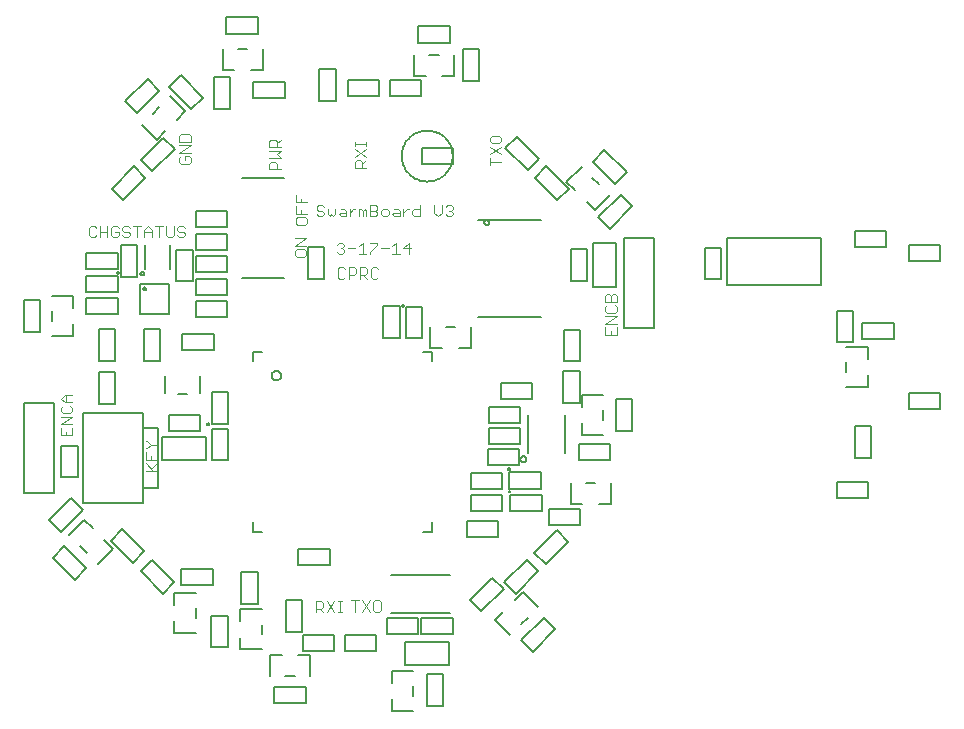
<source format=gto>
G75*
%MOIN*%
%OFA0B0*%
%FSLAX24Y24*%
%IPPOS*%
%LPD*%
%AMOC8*
5,1,8,0,0,1.08239X$1,22.5*
%
%ADD10C,0.0030*%
%ADD11C,0.0050*%
D10*
X010344Y010770D02*
X010715Y010770D01*
X010591Y010770D02*
X010344Y011017D01*
X010344Y011138D02*
X010715Y011138D01*
X010715Y011385D01*
X010529Y011262D02*
X010529Y011138D01*
X010344Y011138D02*
X010344Y011385D01*
X010344Y011507D02*
X010406Y011507D01*
X010529Y011630D01*
X010715Y011630D01*
X010529Y011630D02*
X010406Y011754D01*
X010344Y011754D01*
X010715Y011017D02*
X010529Y010832D01*
X007890Y011945D02*
X007890Y012192D01*
X007890Y012313D02*
X007519Y012313D01*
X007890Y012560D01*
X007519Y012560D01*
X007581Y012682D02*
X007828Y012682D01*
X007890Y012743D01*
X007890Y012867D01*
X007828Y012929D01*
X007890Y013050D02*
X007643Y013050D01*
X007519Y013173D01*
X007643Y013297D01*
X007890Y013297D01*
X007704Y013297D02*
X007704Y013050D01*
X007581Y012929D02*
X007519Y012867D01*
X007519Y012743D01*
X007581Y012682D01*
X007519Y012192D02*
X007519Y011945D01*
X007890Y011945D01*
X007704Y011945D02*
X007704Y012068D01*
X015319Y017957D02*
X015381Y017895D01*
X015628Y017895D01*
X015690Y017957D01*
X015690Y018080D01*
X015628Y018142D01*
X015381Y018142D01*
X015319Y018080D01*
X015319Y017957D01*
X015319Y018263D02*
X015690Y018510D01*
X015319Y018510D01*
X015319Y018263D02*
X015690Y018263D01*
X015653Y018970D02*
X015406Y018970D01*
X015344Y019032D01*
X015344Y019155D01*
X015406Y019217D01*
X015653Y019217D01*
X015715Y019155D01*
X015715Y019032D01*
X015653Y018970D01*
X015715Y019338D02*
X015344Y019338D01*
X015344Y019585D01*
X015344Y019707D02*
X015344Y019954D01*
X015529Y019830D02*
X015529Y019707D01*
X015344Y019707D02*
X015715Y019707D01*
X015529Y019462D02*
X015529Y019338D01*
X016045Y019307D02*
X016106Y019245D01*
X016230Y019245D01*
X016291Y019307D01*
X016291Y019368D01*
X016230Y019430D01*
X016106Y019430D01*
X016045Y019492D01*
X016045Y019554D01*
X016106Y019615D01*
X016230Y019615D01*
X016291Y019554D01*
X016413Y019492D02*
X016413Y019307D01*
X016475Y019245D01*
X016536Y019307D01*
X016598Y019245D01*
X016660Y019307D01*
X016660Y019492D01*
X016843Y019492D02*
X016966Y019492D01*
X017028Y019430D01*
X017028Y019245D01*
X016843Y019245D01*
X016781Y019307D01*
X016843Y019368D01*
X017028Y019368D01*
X017150Y019368D02*
X017273Y019492D01*
X017335Y019492D01*
X017456Y019492D02*
X017456Y019245D01*
X017580Y019245D02*
X017580Y019430D01*
X017642Y019492D01*
X017703Y019430D01*
X017703Y019245D01*
X017825Y019245D02*
X017825Y019615D01*
X018010Y019615D01*
X018072Y019554D01*
X018072Y019492D01*
X018010Y019430D01*
X017825Y019430D01*
X018010Y019430D02*
X018072Y019368D01*
X018072Y019307D01*
X018010Y019245D01*
X017825Y019245D01*
X017580Y019430D02*
X017518Y019492D01*
X017456Y019492D01*
X017150Y019492D02*
X017150Y019245D01*
X016905Y018365D02*
X016966Y018304D01*
X016966Y018242D01*
X016905Y018180D01*
X016966Y018118D01*
X016966Y018057D01*
X016905Y017995D01*
X016781Y017995D01*
X016720Y018057D01*
X016843Y018180D02*
X016905Y018180D01*
X017088Y018180D02*
X017335Y018180D01*
X017456Y018242D02*
X017580Y018365D01*
X017580Y017995D01*
X017703Y017995D02*
X017456Y017995D01*
X017825Y017995D02*
X017825Y018057D01*
X018071Y018304D01*
X018071Y018365D01*
X017825Y018365D01*
X018193Y018180D02*
X018440Y018180D01*
X018561Y018242D02*
X018685Y018365D01*
X018685Y017995D01*
X018808Y017995D02*
X018561Y017995D01*
X018929Y018180D02*
X019115Y018365D01*
X019115Y017995D01*
X019176Y018180D02*
X018929Y018180D01*
X018096Y017479D02*
X018035Y017540D01*
X017911Y017540D01*
X017850Y017479D01*
X017850Y017232D01*
X017911Y017170D01*
X018035Y017170D01*
X018096Y017232D01*
X017728Y017170D02*
X017605Y017293D01*
X017666Y017293D02*
X017481Y017293D01*
X017481Y017170D02*
X017481Y017540D01*
X017666Y017540D01*
X017728Y017479D01*
X017728Y017355D01*
X017666Y017293D01*
X017360Y017355D02*
X017298Y017293D01*
X017113Y017293D01*
X017113Y017170D02*
X017113Y017540D01*
X017298Y017540D01*
X017360Y017479D01*
X017360Y017355D01*
X016991Y017232D02*
X016930Y017170D01*
X016806Y017170D01*
X016745Y017232D01*
X016745Y017479D01*
X016806Y017540D01*
X016930Y017540D01*
X016991Y017479D01*
X016720Y018304D02*
X016781Y018365D01*
X016905Y018365D01*
X018193Y019307D02*
X018255Y019245D01*
X018378Y019245D01*
X018440Y019307D01*
X018440Y019430D01*
X018378Y019492D01*
X018255Y019492D01*
X018193Y019430D01*
X018193Y019307D01*
X018561Y019307D02*
X018623Y019368D01*
X018808Y019368D01*
X018808Y019430D02*
X018808Y019245D01*
X018623Y019245D01*
X018561Y019307D01*
X018623Y019492D02*
X018747Y019492D01*
X018808Y019430D01*
X018930Y019368D02*
X019053Y019492D01*
X019115Y019492D01*
X019237Y019430D02*
X019298Y019492D01*
X019484Y019492D01*
X019484Y019615D02*
X019484Y019245D01*
X019298Y019245D01*
X019237Y019307D01*
X019237Y019430D01*
X018930Y019492D02*
X018930Y019245D01*
X019973Y019368D02*
X020097Y019245D01*
X020220Y019368D01*
X020220Y019615D01*
X020342Y019554D02*
X020403Y019615D01*
X020527Y019615D01*
X020588Y019554D01*
X020588Y019492D01*
X020527Y019430D01*
X020588Y019368D01*
X020588Y019307D01*
X020527Y019245D01*
X020403Y019245D01*
X020342Y019307D01*
X020465Y019430D02*
X020527Y019430D01*
X019973Y019368D02*
X019973Y019615D01*
X021819Y020945D02*
X021819Y021192D01*
X021819Y021313D02*
X022190Y021560D01*
X022128Y021682D02*
X022190Y021743D01*
X022190Y021867D01*
X022128Y021929D01*
X021881Y021929D01*
X021819Y021867D01*
X021819Y021743D01*
X021881Y021682D01*
X022128Y021682D01*
X021819Y021560D02*
X022190Y021313D01*
X022190Y021068D02*
X021819Y021068D01*
X017690Y021110D02*
X017566Y020986D01*
X017566Y021048D02*
X017566Y020863D01*
X017690Y020863D02*
X017319Y020863D01*
X017319Y021048D01*
X017381Y021110D01*
X017504Y021110D01*
X017566Y021048D01*
X017690Y021231D02*
X017319Y021478D01*
X017319Y021599D02*
X017319Y021723D01*
X017319Y021661D02*
X017690Y021661D01*
X017690Y021599D02*
X017690Y021723D01*
X017690Y021478D02*
X017319Y021231D01*
X014840Y021188D02*
X014716Y021312D01*
X014840Y021435D01*
X014469Y021435D01*
X014469Y021557D02*
X014469Y021742D01*
X014531Y021804D01*
X014654Y021804D01*
X014716Y021742D01*
X014716Y021557D01*
X014716Y021680D02*
X014840Y021804D01*
X014840Y021557D02*
X014469Y021557D01*
X014469Y021188D02*
X014840Y021188D01*
X014716Y021005D02*
X014716Y020820D01*
X014840Y020820D02*
X014469Y020820D01*
X014469Y021005D01*
X014531Y021067D01*
X014654Y021067D01*
X014716Y021005D01*
X011840Y021057D02*
X011840Y021180D01*
X011778Y021242D01*
X011654Y021242D01*
X011654Y021118D01*
X011531Y020995D02*
X011778Y020995D01*
X011840Y021057D01*
X011840Y021363D02*
X011469Y021363D01*
X011840Y021610D01*
X011469Y021610D01*
X011469Y021732D02*
X011469Y021917D01*
X011531Y021979D01*
X011778Y021979D01*
X011840Y021917D01*
X011840Y021732D01*
X011469Y021732D01*
X011531Y021242D02*
X011469Y021180D01*
X011469Y021057D01*
X011531Y020995D01*
X011588Y018922D02*
X011464Y018922D01*
X011403Y018860D01*
X011403Y018798D01*
X011464Y018737D01*
X011588Y018737D01*
X011649Y018675D01*
X011649Y018613D01*
X011588Y018551D01*
X011464Y018551D01*
X011403Y018613D01*
X011281Y018613D02*
X011281Y018922D01*
X011034Y018922D02*
X011034Y018613D01*
X011096Y018551D01*
X011219Y018551D01*
X011281Y018613D01*
X011588Y018922D02*
X011649Y018860D01*
X010913Y018922D02*
X010666Y018922D01*
X010789Y018922D02*
X010789Y018551D01*
X010544Y018551D02*
X010544Y018798D01*
X010421Y018922D01*
X010298Y018798D01*
X010298Y018551D01*
X010298Y018737D02*
X010544Y018737D01*
X010176Y018922D02*
X009929Y018922D01*
X010053Y018922D02*
X010053Y018551D01*
X009808Y018613D02*
X009746Y018551D01*
X009623Y018551D01*
X009561Y018613D01*
X009440Y018613D02*
X009440Y018737D01*
X009316Y018737D01*
X009193Y018860D02*
X009193Y018613D01*
X009254Y018551D01*
X009378Y018551D01*
X009440Y018613D01*
X009623Y018737D02*
X009746Y018737D01*
X009808Y018675D01*
X009808Y018613D01*
X009623Y018737D02*
X009561Y018798D01*
X009561Y018860D01*
X009623Y018922D01*
X009746Y018922D01*
X009808Y018860D01*
X009440Y018860D02*
X009378Y018922D01*
X009254Y018922D01*
X009193Y018860D01*
X009071Y018922D02*
X009071Y018551D01*
X009071Y018737D02*
X008824Y018737D01*
X008703Y018860D02*
X008641Y018922D01*
X008518Y018922D01*
X008456Y018860D01*
X008456Y018613D01*
X008518Y018551D01*
X008641Y018551D01*
X008703Y018613D01*
X008824Y018551D02*
X008824Y018922D01*
X016020Y006415D02*
X016205Y006415D01*
X016266Y006354D01*
X016266Y006230D01*
X016205Y006168D01*
X016020Y006168D01*
X016020Y006045D02*
X016020Y006415D01*
X016143Y006168D02*
X016266Y006045D01*
X016388Y006045D02*
X016635Y006415D01*
X016756Y006415D02*
X016880Y006415D01*
X016818Y006415D02*
X016818Y006045D01*
X016756Y006045D02*
X016880Y006045D01*
X016635Y006045D02*
X016388Y006415D01*
X017195Y006440D02*
X017441Y006440D01*
X017563Y006440D02*
X017810Y006070D01*
X017931Y006132D02*
X017993Y006070D01*
X018116Y006070D01*
X018178Y006132D01*
X018178Y006379D01*
X018116Y006440D01*
X017993Y006440D01*
X017931Y006379D01*
X017931Y006132D01*
X017810Y006440D02*
X017563Y006070D01*
X017318Y006070D02*
X017318Y006440D01*
X025669Y015295D02*
X026040Y015295D01*
X026040Y015542D01*
X026040Y015663D02*
X025669Y015663D01*
X026040Y015910D01*
X025669Y015910D01*
X025731Y016032D02*
X025978Y016032D01*
X026040Y016093D01*
X026040Y016217D01*
X025978Y016279D01*
X026040Y016400D02*
X026040Y016585D01*
X025978Y016647D01*
X025916Y016647D01*
X025854Y016585D01*
X025854Y016400D01*
X025731Y016279D02*
X025669Y016217D01*
X025669Y016093D01*
X025731Y016032D01*
X025669Y016400D02*
X025669Y016585D01*
X025731Y016647D01*
X025793Y016647D01*
X025854Y016585D01*
X025669Y016400D02*
X026040Y016400D01*
X025669Y015542D02*
X025669Y015295D01*
X025854Y015295D02*
X025854Y015418D01*
D11*
X007987Y007127D02*
X007245Y007870D01*
X007626Y008251D01*
X008369Y007509D01*
X007987Y007127D01*
X008748Y007671D02*
X009250Y008172D01*
X008971Y008451D01*
X009179Y008438D02*
X009560Y008820D01*
X010303Y008078D01*
X009921Y007696D01*
X009179Y008438D01*
X008581Y008840D02*
X008303Y009119D01*
X007802Y008618D01*
X007510Y008730D02*
X007128Y009111D01*
X007871Y009854D01*
X008253Y009472D01*
X007510Y008730D01*
X008164Y008256D02*
X008387Y008033D01*
X008255Y009680D02*
X010255Y009680D01*
X010255Y010180D01*
X010755Y010180D01*
X010755Y012180D01*
X010255Y012180D01*
X010255Y010180D01*
X010905Y011123D02*
X010905Y011887D01*
X012354Y011887D01*
X012354Y011123D01*
X010905Y011123D01*
X011120Y012095D02*
X011120Y012635D01*
X012170Y012635D01*
X012170Y012095D01*
X011120Y012095D01*
X010255Y012180D02*
X010255Y012680D01*
X008255Y012680D01*
X008255Y009680D01*
X008075Y010555D02*
X007535Y010555D01*
X007535Y011605D01*
X008075Y011605D01*
X008075Y010555D01*
X007305Y010030D02*
X006305Y010030D01*
X006305Y013030D01*
X007305Y013030D01*
X007305Y010030D01*
X010178Y007412D02*
X010560Y007794D01*
X011303Y007051D01*
X010921Y006670D01*
X010178Y007412D01*
X011300Y006699D02*
X011300Y006306D01*
X011300Y006699D02*
X012009Y006699D01*
X012009Y006187D02*
X012009Y005873D01*
X012009Y005361D02*
X011300Y005361D01*
X011300Y005754D01*
X012535Y005930D02*
X012535Y004880D01*
X013075Y004880D01*
X013075Y005930D01*
X012535Y005930D01*
X013500Y005756D02*
X013500Y006149D01*
X014209Y006149D01*
X014075Y006330D02*
X013535Y006330D01*
X013535Y007380D01*
X014075Y007380D01*
X014075Y006330D01*
X014209Y005637D02*
X014209Y005323D01*
X013500Y005204D02*
X013500Y004811D01*
X014209Y004811D01*
X014485Y004634D02*
X014879Y004634D01*
X014485Y004634D02*
X014485Y003926D01*
X014630Y003550D02*
X015680Y003550D01*
X015680Y003010D01*
X014630Y003010D01*
X014630Y003550D01*
X014997Y003926D02*
X015312Y003926D01*
X015824Y003926D02*
X015824Y004634D01*
X015430Y004634D01*
X015580Y004760D02*
X015580Y005300D01*
X016630Y005300D01*
X016630Y004760D01*
X015580Y004760D01*
X015563Y005397D02*
X015023Y005397D01*
X015023Y006447D01*
X015563Y006447D01*
X015563Y005397D01*
X016980Y005300D02*
X016980Y004760D01*
X018030Y004760D01*
X018030Y005300D01*
X016980Y005300D01*
X018380Y005310D02*
X018380Y005850D01*
X019430Y005850D01*
X019430Y005310D01*
X018380Y005310D01*
X019005Y005062D02*
X020454Y005062D01*
X020454Y004298D01*
X019005Y004298D01*
X019005Y005062D01*
X019530Y005310D02*
X019530Y005850D01*
X020580Y005850D01*
X020580Y005310D01*
X019530Y005310D01*
X020489Y006025D02*
X018520Y006025D01*
X018520Y007285D02*
X020489Y007285D01*
X021150Y006463D02*
X021892Y007205D01*
X022274Y006824D01*
X021532Y006081D01*
X021150Y006463D01*
X021992Y005785D02*
X022270Y006063D01*
X021992Y005785D02*
X022493Y005284D01*
X022871Y005117D02*
X023613Y005859D01*
X023995Y005477D01*
X023253Y004735D01*
X022871Y005117D01*
X022855Y005645D02*
X023077Y005868D01*
X023439Y006230D02*
X022938Y006731D01*
X022660Y006453D01*
X022680Y006667D02*
X022298Y007049D01*
X023041Y007791D01*
X023423Y007409D01*
X022680Y006667D01*
X023684Y007653D02*
X023302Y008035D01*
X024045Y008778D01*
X024427Y008396D01*
X023684Y007653D01*
X022105Y008560D02*
X021055Y008560D01*
X021055Y009100D01*
X022105Y009100D01*
X022105Y008560D01*
X022234Y009417D02*
X021184Y009417D01*
X021184Y009957D01*
X022234Y009957D01*
X022234Y009417D01*
X022490Y009423D02*
X022490Y009963D01*
X023540Y009963D01*
X023540Y009423D01*
X022490Y009423D01*
X022446Y010075D02*
X022448Y010085D01*
X022453Y010094D01*
X022461Y010101D01*
X022471Y010105D01*
X022481Y010105D01*
X022491Y010101D01*
X022499Y010094D01*
X022504Y010085D01*
X022506Y010075D01*
X022504Y010065D01*
X022499Y010056D01*
X022491Y010049D01*
X022481Y010045D01*
X022471Y010045D01*
X022461Y010049D01*
X022453Y010056D01*
X022448Y010065D01*
X022446Y010075D01*
X022465Y010172D02*
X022465Y010712D01*
X023515Y010712D01*
X023515Y010172D01*
X022465Y010172D01*
X022234Y010166D02*
X021184Y010166D01*
X021184Y010706D01*
X022234Y010706D01*
X022234Y010166D01*
X022421Y010824D02*
X022423Y010834D01*
X022428Y010843D01*
X022436Y010850D01*
X022446Y010854D01*
X022456Y010854D01*
X022466Y010850D01*
X022474Y010843D01*
X022479Y010834D01*
X022481Y010824D01*
X022479Y010814D01*
X022474Y010805D01*
X022466Y010798D01*
X022456Y010794D01*
X022446Y010794D01*
X022436Y010798D01*
X022428Y010805D01*
X022423Y010814D01*
X022421Y010824D01*
X022805Y010960D02*
X021755Y010960D01*
X021755Y011500D01*
X022805Y011500D01*
X022805Y010960D01*
X022831Y011149D02*
X022833Y011168D01*
X022838Y011187D01*
X022848Y011203D01*
X022860Y011218D01*
X022875Y011230D01*
X022891Y011240D01*
X022910Y011245D01*
X022929Y011247D01*
X022948Y011245D01*
X022967Y011240D01*
X022983Y011230D01*
X022998Y011218D01*
X023010Y011203D01*
X023020Y011187D01*
X023025Y011168D01*
X023027Y011149D01*
X023025Y011130D01*
X023020Y011111D01*
X023010Y011095D01*
X022998Y011080D01*
X022983Y011068D01*
X022967Y011058D01*
X022948Y011053D01*
X022929Y011051D01*
X022910Y011053D01*
X022891Y011058D01*
X022875Y011068D01*
X022860Y011080D01*
X022848Y011095D01*
X022838Y011111D01*
X022833Y011130D01*
X022831Y011149D01*
X023095Y011350D02*
X023095Y012610D01*
X022830Y012360D02*
X021780Y012360D01*
X021780Y012900D01*
X022830Y012900D01*
X022830Y012360D01*
X022830Y012200D02*
X022830Y011660D01*
X021780Y011660D01*
X021780Y012200D01*
X022830Y012200D01*
X023230Y013160D02*
X022180Y013160D01*
X022180Y013700D01*
X023230Y013700D01*
X023230Y013160D01*
X024273Y013030D02*
X024813Y013030D01*
X024813Y014080D01*
X024273Y014080D01*
X024273Y013030D01*
X024315Y012610D02*
X024315Y011350D01*
X024782Y011123D02*
X024782Y011663D01*
X025832Y011663D01*
X025832Y011123D01*
X024782Y011123D01*
X025022Y010359D02*
X025337Y010359D01*
X025849Y010359D02*
X025849Y009651D01*
X025455Y009651D01*
X024904Y009651D02*
X024510Y009651D01*
X024510Y010359D01*
X024830Y009500D02*
X023780Y009500D01*
X023780Y008960D01*
X024830Y008960D01*
X024830Y009500D01*
X024895Y011950D02*
X024895Y012344D01*
X024895Y011950D02*
X025604Y011950D01*
X026027Y012093D02*
X026027Y013143D01*
X026567Y013143D01*
X026567Y012093D01*
X026027Y012093D01*
X025604Y012462D02*
X025604Y012777D01*
X025604Y013289D02*
X024895Y013289D01*
X024895Y012895D01*
X024820Y014419D02*
X024280Y014419D01*
X024280Y015469D01*
X024820Y015469D01*
X024820Y014419D01*
X026305Y015530D02*
X027305Y015530D01*
X027305Y018530D01*
X026305Y018530D01*
X026305Y015530D01*
X026011Y016906D02*
X025248Y016906D01*
X025248Y018354D01*
X026011Y018354D01*
X026011Y016906D01*
X025050Y017105D02*
X024510Y017105D01*
X024510Y018155D01*
X025050Y018155D01*
X025050Y017105D01*
X025820Y018831D02*
X025438Y019213D01*
X026181Y019955D01*
X026563Y019574D01*
X025820Y018831D01*
X025320Y019453D02*
X025041Y019731D01*
X025320Y019453D02*
X025821Y019954D01*
X025999Y020329D02*
X025257Y021071D01*
X025639Y021453D01*
X026381Y020711D01*
X025999Y020329D01*
X025459Y020316D02*
X025236Y020538D01*
X024874Y020900D02*
X024373Y020399D01*
X024651Y020121D01*
X024446Y020170D02*
X024064Y019788D01*
X023321Y020531D01*
X023703Y020913D01*
X024446Y020170D01*
X023456Y021160D02*
X023074Y020778D01*
X022332Y021521D01*
X022713Y021903D01*
X023456Y021160D01*
X023523Y019119D02*
X021436Y019119D01*
X021633Y019040D02*
X021635Y019058D01*
X021641Y019074D01*
X021650Y019089D01*
X021663Y019102D01*
X021678Y019111D01*
X021694Y019117D01*
X021712Y019119D01*
X021730Y019117D01*
X021746Y019111D01*
X021761Y019102D01*
X021774Y019089D01*
X021783Y019074D01*
X021789Y019058D01*
X021791Y019040D01*
X021789Y019022D01*
X021783Y019006D01*
X021774Y018991D01*
X021761Y018978D01*
X021746Y018969D01*
X021730Y018963D01*
X021712Y018961D01*
X021694Y018963D01*
X021678Y018969D01*
X021663Y018978D01*
X021650Y018991D01*
X021641Y019006D01*
X021635Y019022D01*
X021633Y019040D01*
X020605Y020985D02*
X019555Y020985D01*
X019555Y021525D01*
X020605Y021525D01*
X020605Y020985D01*
X018880Y021255D02*
X018882Y021313D01*
X018888Y021371D01*
X018898Y021428D01*
X018912Y021484D01*
X018929Y021540D01*
X018950Y021594D01*
X018975Y021646D01*
X019004Y021697D01*
X019036Y021745D01*
X019071Y021791D01*
X019109Y021835D01*
X019150Y021876D01*
X019194Y021914D01*
X019240Y021949D01*
X019288Y021981D01*
X019339Y022010D01*
X019391Y022035D01*
X019445Y022056D01*
X019501Y022073D01*
X019557Y022087D01*
X019614Y022097D01*
X019672Y022103D01*
X019730Y022105D01*
X019788Y022103D01*
X019846Y022097D01*
X019903Y022087D01*
X019959Y022073D01*
X020015Y022056D01*
X020069Y022035D01*
X020121Y022010D01*
X020172Y021981D01*
X020220Y021949D01*
X020266Y021914D01*
X020310Y021876D01*
X020351Y021835D01*
X020389Y021791D01*
X020424Y021745D01*
X020456Y021697D01*
X020485Y021646D01*
X020510Y021594D01*
X020531Y021540D01*
X020548Y021484D01*
X020562Y021428D01*
X020572Y021371D01*
X020578Y021313D01*
X020580Y021255D01*
X020578Y021197D01*
X020572Y021139D01*
X020562Y021082D01*
X020548Y021026D01*
X020531Y020970D01*
X020510Y020916D01*
X020485Y020864D01*
X020456Y020813D01*
X020424Y020765D01*
X020389Y020719D01*
X020351Y020675D01*
X020310Y020634D01*
X020266Y020596D01*
X020220Y020561D01*
X020172Y020529D01*
X020121Y020500D01*
X020069Y020475D01*
X020015Y020454D01*
X019959Y020437D01*
X019903Y020423D01*
X019846Y020413D01*
X019788Y020407D01*
X019730Y020405D01*
X019672Y020407D01*
X019614Y020413D01*
X019557Y020423D01*
X019501Y020437D01*
X019445Y020454D01*
X019391Y020475D01*
X019339Y020500D01*
X019288Y020529D01*
X019240Y020561D01*
X019194Y020596D01*
X019150Y020634D01*
X019109Y020675D01*
X019071Y020719D01*
X019036Y020765D01*
X019004Y020813D01*
X018975Y020864D01*
X018950Y020916D01*
X018929Y020970D01*
X018912Y021026D01*
X018898Y021082D01*
X018888Y021139D01*
X018882Y021197D01*
X018880Y021255D01*
X018480Y023260D02*
X018480Y023800D01*
X019530Y023800D01*
X019530Y023260D01*
X018480Y023260D01*
X018130Y023260D02*
X017080Y023260D01*
X017080Y023800D01*
X018130Y023800D01*
X018130Y023260D01*
X019285Y023926D02*
X019679Y023926D01*
X019285Y023926D02*
X019285Y024634D01*
X019430Y025035D02*
X019430Y025575D01*
X020480Y025575D01*
X020480Y025035D01*
X019430Y025035D01*
X019797Y024634D02*
X020112Y024634D01*
X020624Y024634D02*
X020624Y023926D01*
X020230Y023926D01*
X020921Y023770D02*
X020921Y024820D01*
X021461Y024820D01*
X021461Y023770D01*
X020921Y023770D01*
X016675Y024155D02*
X016675Y023105D01*
X016135Y023105D01*
X016135Y024155D01*
X016675Y024155D01*
X014980Y023725D02*
X014980Y023185D01*
X013930Y023185D01*
X013930Y023725D01*
X014980Y023725D01*
X014249Y024126D02*
X013855Y024126D01*
X014249Y024126D02*
X014249Y024834D01*
X013737Y024834D02*
X013422Y024834D01*
X012910Y024834D02*
X012910Y024126D01*
X013304Y024126D01*
X013150Y023880D02*
X013150Y022830D01*
X012610Y022830D01*
X012610Y023880D01*
X013150Y023880D01*
X012254Y023201D02*
X011872Y022819D01*
X011129Y023562D01*
X011511Y023944D01*
X012254Y023201D01*
X011665Y022751D02*
X011387Y022473D01*
X011665Y022751D02*
X011164Y023252D01*
X010790Y023438D02*
X010048Y022696D01*
X009666Y023078D01*
X010408Y023820D01*
X010790Y023438D01*
X010802Y022890D02*
X010579Y022668D01*
X010217Y022306D02*
X010719Y021805D01*
X010997Y022083D01*
X010927Y021873D02*
X011308Y021491D01*
X010566Y020749D01*
X010184Y021130D01*
X010927Y021873D01*
X009954Y020909D02*
X010336Y020527D01*
X009593Y019785D01*
X009211Y020167D01*
X009954Y020909D01*
X012018Y019438D02*
X012018Y018898D01*
X013068Y018898D01*
X013068Y019438D01*
X012018Y019438D01*
X012018Y018669D02*
X013068Y018669D01*
X013068Y018129D01*
X012018Y018129D01*
X012018Y018669D01*
X011913Y018124D02*
X011373Y018124D01*
X011373Y017074D01*
X011913Y017074D01*
X011913Y018124D01*
X012018Y017919D02*
X012018Y017379D01*
X013068Y017379D01*
X013068Y017919D01*
X012018Y017919D01*
X012018Y017169D02*
X013068Y017169D01*
X013068Y016629D01*
X012018Y016629D01*
X012018Y017169D01*
X012018Y016419D02*
X013068Y016419D01*
X013068Y015879D01*
X012018Y015879D01*
X012018Y016419D01*
X011135Y016006D02*
X010151Y016006D01*
X010151Y016991D01*
X011135Y016991D01*
X011135Y016006D01*
X010836Y015475D02*
X010296Y015475D01*
X010296Y014425D01*
X010836Y014425D01*
X010836Y015475D01*
X011568Y015337D02*
X011568Y014797D01*
X012618Y014797D01*
X012618Y015337D01*
X011568Y015337D01*
X010980Y013921D02*
X010980Y013370D01*
X011413Y013331D02*
X011728Y013331D01*
X012161Y013370D02*
X012161Y013921D01*
X012540Y013385D02*
X013080Y013385D01*
X013080Y012335D01*
X012540Y012335D01*
X012540Y013385D01*
X012398Y012320D02*
X012400Y012330D01*
X012405Y012339D01*
X012413Y012346D01*
X012423Y012350D01*
X012433Y012350D01*
X012443Y012346D01*
X012451Y012339D01*
X012456Y012330D01*
X012458Y012320D01*
X012456Y012310D01*
X012451Y012301D01*
X012443Y012294D01*
X012433Y012290D01*
X012423Y012290D01*
X012413Y012294D01*
X012405Y012301D01*
X012400Y012310D01*
X012398Y012320D01*
X012540Y012160D02*
X013080Y012160D01*
X013080Y011110D01*
X012540Y011110D01*
X012540Y012160D01*
X014543Y013935D02*
X014545Y013960D01*
X014551Y013984D01*
X014560Y014006D01*
X014573Y014027D01*
X014589Y014046D01*
X014608Y014062D01*
X014629Y014075D01*
X014651Y014084D01*
X014675Y014090D01*
X014700Y014092D01*
X014725Y014090D01*
X014749Y014084D01*
X014771Y014075D01*
X014792Y014062D01*
X014811Y014046D01*
X014827Y014027D01*
X014840Y014006D01*
X014849Y013984D01*
X014855Y013960D01*
X014857Y013935D01*
X014855Y013910D01*
X014849Y013886D01*
X014840Y013864D01*
X014827Y013843D01*
X014811Y013824D01*
X014792Y013808D01*
X014771Y013795D01*
X014749Y013786D01*
X014725Y013780D01*
X014700Y013778D01*
X014675Y013780D01*
X014651Y013786D01*
X014629Y013795D01*
X014608Y013808D01*
X014589Y013824D01*
X014573Y013843D01*
X014560Y013864D01*
X014551Y013886D01*
X014545Y013910D01*
X014543Y013935D01*
X013912Y014407D02*
X013912Y014722D01*
X014227Y014722D01*
X013566Y017182D02*
X014944Y017182D01*
X015754Y017168D02*
X015754Y018218D01*
X016294Y018218D01*
X016294Y017168D01*
X015754Y017168D01*
X018272Y016244D02*
X018272Y015194D01*
X018812Y015194D01*
X018812Y016244D01*
X018272Y016244D01*
X018894Y016259D02*
X018896Y016269D01*
X018901Y016278D01*
X018909Y016285D01*
X018919Y016289D01*
X018929Y016289D01*
X018939Y016285D01*
X018947Y016278D01*
X018952Y016269D01*
X018954Y016259D01*
X018952Y016249D01*
X018947Y016240D01*
X018939Y016233D01*
X018929Y016229D01*
X018919Y016229D01*
X018909Y016233D01*
X018901Y016240D01*
X018896Y016249D01*
X018894Y016259D01*
X019029Y016235D02*
X019569Y016235D01*
X019569Y015185D01*
X019029Y015185D01*
X019029Y016235D01*
X019835Y015559D02*
X019835Y014851D01*
X020229Y014851D01*
X019897Y014722D02*
X019582Y014722D01*
X019897Y014722D02*
X019897Y014407D01*
X020780Y014851D02*
X021174Y014851D01*
X021174Y015559D01*
X021436Y015891D02*
X023523Y015891D01*
X020662Y015559D02*
X020347Y015559D01*
X014944Y020528D02*
X013566Y020528D01*
X011163Y018292D02*
X011163Y017505D01*
X010323Y017505D02*
X010323Y018292D01*
X010063Y018274D02*
X010063Y017224D01*
X009523Y017224D01*
X009523Y018274D01*
X010063Y018274D01*
X009418Y018019D02*
X009418Y017479D01*
X008368Y017479D01*
X008368Y018019D01*
X009418Y018019D01*
X009403Y017367D02*
X009405Y017377D01*
X009410Y017386D01*
X009418Y017393D01*
X009428Y017397D01*
X009438Y017397D01*
X009448Y017393D01*
X009456Y017386D01*
X009461Y017377D01*
X009463Y017367D01*
X009461Y017357D01*
X009456Y017348D01*
X009448Y017341D01*
X009438Y017337D01*
X009428Y017337D01*
X009418Y017341D01*
X009410Y017348D01*
X009405Y017357D01*
X009403Y017367D01*
X009418Y017269D02*
X009418Y016729D01*
X008368Y016729D01*
X008368Y017269D01*
X009418Y017269D01*
X009418Y016519D02*
X009418Y015979D01*
X008368Y015979D01*
X008368Y016519D01*
X009418Y016519D01*
X010265Y016833D02*
X010267Y016846D01*
X010273Y016858D01*
X010282Y016867D01*
X010293Y016874D01*
X010306Y016877D01*
X010319Y016876D01*
X010331Y016871D01*
X010341Y016863D01*
X010349Y016852D01*
X010353Y016840D01*
X010353Y016826D01*
X010349Y016814D01*
X010341Y016803D01*
X010331Y016795D01*
X010319Y016790D01*
X010306Y016789D01*
X010293Y016792D01*
X010282Y016799D01*
X010273Y016808D01*
X010267Y016820D01*
X010265Y016833D01*
X010172Y017336D02*
X010174Y017351D01*
X010179Y017364D01*
X010188Y017376D01*
X010199Y017386D01*
X010213Y017392D01*
X010227Y017395D01*
X010242Y017394D01*
X010256Y017389D01*
X010269Y017381D01*
X010279Y017371D01*
X010286Y017358D01*
X010290Y017343D01*
X010290Y017329D01*
X010286Y017314D01*
X010279Y017301D01*
X010269Y017291D01*
X010256Y017283D01*
X010242Y017278D01*
X010227Y017277D01*
X010213Y017280D01*
X010199Y017286D01*
X010188Y017296D01*
X010179Y017308D01*
X010174Y017321D01*
X010172Y017336D01*
X009320Y015486D02*
X008780Y015486D01*
X008780Y014436D01*
X009320Y014436D01*
X009320Y015486D01*
X007939Y015648D02*
X007939Y015254D01*
X007230Y015254D01*
X006820Y015405D02*
X006280Y015405D01*
X006280Y016455D01*
X006820Y016455D01*
X006820Y015405D01*
X007230Y015766D02*
X007230Y016081D01*
X007230Y016593D02*
X007939Y016593D01*
X007939Y016199D01*
X008799Y014054D02*
X009339Y014054D01*
X009339Y013004D01*
X008799Y013004D01*
X008799Y014054D01*
X013912Y009053D02*
X013912Y008738D01*
X014227Y008738D01*
X015430Y008150D02*
X015430Y007610D01*
X016480Y007610D01*
X016480Y008150D01*
X015430Y008150D01*
X012580Y007502D02*
X012580Y006962D01*
X011530Y006962D01*
X011530Y007502D01*
X012580Y007502D01*
X018550Y004099D02*
X018550Y003706D01*
X018550Y004099D02*
X019259Y004099D01*
X019259Y003587D02*
X019259Y003273D01*
X018550Y003154D02*
X018550Y002761D01*
X019259Y002761D01*
X019710Y002930D02*
X019710Y003980D01*
X020250Y003980D01*
X020250Y002930D01*
X019710Y002930D01*
X019582Y008738D02*
X019897Y008738D01*
X019897Y009053D01*
X029708Y016940D02*
X029708Y018515D01*
X032858Y018515D01*
X032858Y016940D01*
X029708Y016940D01*
X029525Y017155D02*
X028985Y017155D01*
X028985Y018205D01*
X029525Y018205D01*
X029525Y017155D01*
X033385Y016105D02*
X033385Y015055D01*
X033925Y015055D01*
X033925Y016105D01*
X033385Y016105D01*
X034230Y015700D02*
X034230Y015160D01*
X035280Y015160D01*
X035280Y015700D01*
X034230Y015700D01*
X034409Y014899D02*
X033700Y014899D01*
X033700Y014387D02*
X033700Y014073D01*
X033700Y013561D02*
X034409Y013561D01*
X034409Y013954D01*
X034409Y014506D02*
X034409Y014899D01*
X035780Y013350D02*
X035780Y012810D01*
X036830Y012810D01*
X036830Y013350D01*
X035780Y013350D01*
X034525Y012255D02*
X033985Y012255D01*
X033985Y011205D01*
X034525Y011205D01*
X034525Y012255D01*
X034430Y010400D02*
X033380Y010400D01*
X033380Y009860D01*
X034430Y009860D01*
X034430Y010400D01*
X035780Y017760D02*
X035780Y018300D01*
X036830Y018300D01*
X036830Y017760D01*
X035780Y017760D01*
X035030Y018210D02*
X035030Y018750D01*
X033980Y018750D01*
X033980Y018210D01*
X035030Y018210D01*
X014080Y025335D02*
X014080Y025875D01*
X013030Y025875D01*
X013030Y025335D01*
X014080Y025335D01*
M02*

</source>
